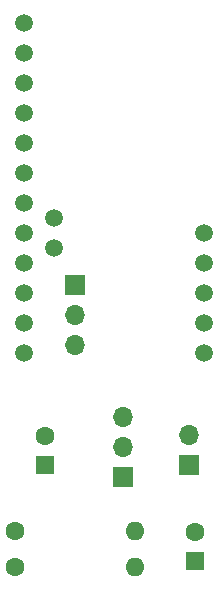
<source format=gbr>
%TF.GenerationSoftware,KiCad,Pcbnew,6.0.2+dfsg-1*%
%TF.CreationDate,2022-08-04T16:24:51+02:00*%
%TF.ProjectId,shield,73686965-6c64-42e6-9b69-6361645f7063,rev?*%
%TF.SameCoordinates,Original*%
%TF.FileFunction,Soldermask,Bot*%
%TF.FilePolarity,Negative*%
%FSLAX46Y46*%
G04 Gerber Fmt 4.6, Leading zero omitted, Abs format (unit mm)*
G04 Created by KiCad (PCBNEW 6.0.2+dfsg-1) date 2022-08-04 16:24:51*
%MOMM*%
%LPD*%
G01*
G04 APERTURE LIST*
%ADD10R,1.600000X1.600000*%
%ADD11C,1.600000*%
%ADD12R,1.700000X1.700000*%
%ADD13O,1.700000X1.700000*%
%ADD14O,1.600000X1.600000*%
%ADD15C,1.501140*%
G04 APERTURE END LIST*
D10*
%TO.C,C2*%
X97028000Y-99060000D03*
D11*
X97028000Y-96560000D03*
%TD*%
D12*
%TO.C,Booster*%
X103632000Y-100061000D03*
D13*
X103632000Y-97521000D03*
X103632000Y-94981000D03*
%TD*%
D12*
%TO.C,Battery*%
X109220000Y-99060000D03*
D13*
X109220000Y-96520000D03*
%TD*%
D14*
%TO.C,R1*%
X104648000Y-107696000D03*
D11*
X94488000Y-107696000D03*
%TD*%
%TO.C,R2*%
X94488000Y-104648000D03*
D14*
X104648000Y-104648000D03*
%TD*%
D10*
%TO.C,C1*%
X109728000Y-107188000D03*
D11*
X109728000Y-104688000D03*
%TD*%
D15*
%TO.C,ProMini1*%
X110490000Y-89535000D03*
X110490000Y-86995000D03*
X110490000Y-84455000D03*
X95250000Y-74295000D03*
X95250000Y-76835000D03*
X95250000Y-79375000D03*
X95250000Y-84455000D03*
X110490000Y-79375000D03*
X110490000Y-81915000D03*
X95250000Y-86995000D03*
X95250000Y-66675000D03*
X95250000Y-64135000D03*
X95250000Y-61595000D03*
X95250000Y-89535000D03*
X95250000Y-69215000D03*
X97790000Y-80645000D03*
X97790000Y-78105000D03*
X95250000Y-81915000D03*
X95250000Y-71755000D03*
%TD*%
D12*
%TO.C,GND*%
X99568000Y-83820000D03*
D13*
X99568000Y-86360000D03*
X99568000Y-88900000D03*
%TD*%
M02*

</source>
